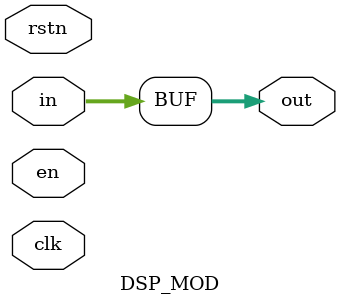
<source format=v>
module DSP_MOD #( parameter n=18 ,RSTTYPE="SYNC",Reg=0)(
    input [n-1:0] in,
    input clk,rstn,en,
    output [n-1:0] out
);

 reg [n-1:0] Seq;

generate

if(RSTTYPE=="ASYNC") begin

always @(posedge clk ,posedge rstn) begin
    if(rstn)
    Seq<=0;
    else  
    if(en)
    Seq<=in;    
end
end

else begin

always @(posedge clk) begin
    if(rstn)
    Seq<=0;
    else  
    if(en)
    Seq<=in;    
end
end

endgenerate

assign out= Reg ? Seq :in ;


endmodule //DSP_MOD

</source>
